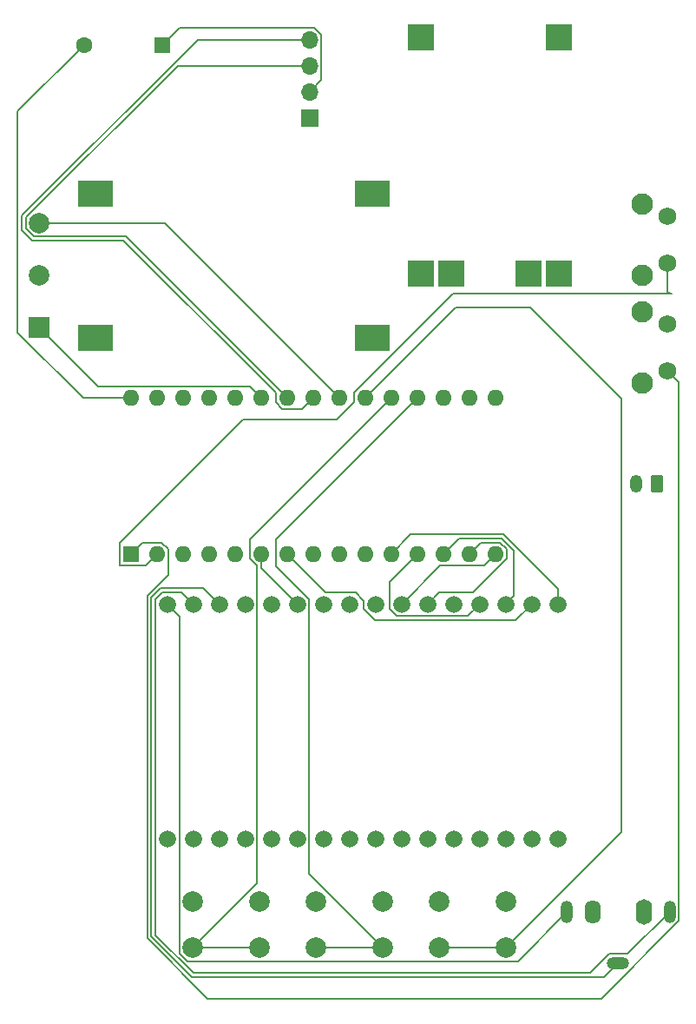
<source format=gbr>
%TF.GenerationSoftware,KiCad,Pcbnew,9.0.0*%
%TF.CreationDate,2025-04-29T13:04:53-04:00*%
%TF.ProjectId,mp3_player,6d70335f-706c-4617-9965-722e6b696361,rev?*%
%TF.SameCoordinates,Original*%
%TF.FileFunction,Copper,L1,Top*%
%TF.FilePolarity,Positive*%
%FSLAX46Y46*%
G04 Gerber Fmt 4.6, Leading zero omitted, Abs format (unit mm)*
G04 Created by KiCad (PCBNEW 9.0.0) date 2025-04-29 13:04:53*
%MOMM*%
%LPD*%
G01*
G04 APERTURE LIST*
G04 Aperture macros list*
%AMRoundRect*
0 Rectangle with rounded corners*
0 $1 Rounding radius*
0 $2 $3 $4 $5 $6 $7 $8 $9 X,Y pos of 4 corners*
0 Add a 4 corners polygon primitive as box body*
4,1,4,$2,$3,$4,$5,$6,$7,$8,$9,$2,$3,0*
0 Add four circle primitives for the rounded corners*
1,1,$1+$1,$2,$3*
1,1,$1+$1,$4,$5*
1,1,$1+$1,$6,$7*
1,1,$1+$1,$8,$9*
0 Add four rect primitives between the rounded corners*
20,1,$1+$1,$2,$3,$4,$5,0*
20,1,$1+$1,$4,$5,$6,$7,0*
20,1,$1+$1,$6,$7,$8,$9,0*
20,1,$1+$1,$8,$9,$2,$3,0*%
G04 Aperture macros list end*
%TA.AperFunction,ComponentPad*%
%ADD10C,2.000000*%
%TD*%
%TA.AperFunction,ComponentPad*%
%ADD11O,1.200000X2.200000*%
%TD*%
%TA.AperFunction,ComponentPad*%
%ADD12O,1.600000X2.300000*%
%TD*%
%TA.AperFunction,ComponentPad*%
%ADD13O,2.200000X1.200000*%
%TD*%
%TA.AperFunction,ComponentPad*%
%ADD14O,1.600000X2.500000*%
%TD*%
%TA.AperFunction,ComponentPad*%
%ADD15C,2.100000*%
%TD*%
%TA.AperFunction,ComponentPad*%
%ADD16C,1.750000*%
%TD*%
%TA.AperFunction,ComponentPad*%
%ADD17R,1.700000X1.700000*%
%TD*%
%TA.AperFunction,ComponentPad*%
%ADD18O,1.700000X1.700000*%
%TD*%
%TA.AperFunction,ComponentPad*%
%ADD19R,1.600000X1.600000*%
%TD*%
%TA.AperFunction,ComponentPad*%
%ADD20O,1.600000X1.600000*%
%TD*%
%TA.AperFunction,ComponentPad*%
%ADD21R,2.000000X2.000000*%
%TD*%
%TA.AperFunction,ComponentPad*%
%ADD22RoundRect,0.250000X0.550000X0.550000X-0.550000X0.550000X-0.550000X-0.550000X0.550000X-0.550000X0*%
%TD*%
%TA.AperFunction,ComponentPad*%
%ADD23C,1.600000*%
%TD*%
%TA.AperFunction,ComponentPad*%
%ADD24R,2.540000X2.540000*%
%TD*%
%TA.AperFunction,ComponentPad*%
%ADD25C,1.670000*%
%TD*%
%TA.AperFunction,ComponentPad*%
%ADD26RoundRect,0.250000X0.350000X0.625000X-0.350000X0.625000X-0.350000X-0.625000X0.350000X-0.625000X0*%
%TD*%
%TA.AperFunction,ComponentPad*%
%ADD27O,1.200000X1.750000*%
%TD*%
%TA.AperFunction,ComponentPad*%
%ADD28R,3.500000X2.540000*%
%TD*%
%TA.AperFunction,Conductor*%
%ADD29C,0.200000*%
%TD*%
G04 APERTURE END LIST*
D10*
%TO.P,SW2,1,1*%
%TO.N,GND*%
X136724375Y-136293000D03*
X143224375Y-136293000D03*
%TO.P,SW2,2,2*%
%TO.N,PLAY{slash}PAUSE*%
X136724375Y-140793000D03*
X143224375Y-140793000D03*
%TD*%
D11*
%TO.P,J1,R*%
%TO.N,ROUT*%
X161224375Y-137293000D03*
D12*
%TO.P,J1,RN*%
%TO.N,unconnected-(J1-PadRN)*%
X163724375Y-137293000D03*
D13*
%TO.P,J1,S*%
%TO.N,AGND*%
X166224375Y-142293000D03*
D11*
%TO.P,J1,T*%
%TO.N,LOUT*%
X171224375Y-137293000D03*
D14*
%TO.P,J1,TN*%
%TO.N,unconnected-(J1-PadTN)*%
X168724375Y-137293000D03*
%TD*%
D10*
%TO.P,SW4,1,1*%
%TO.N,GND*%
X148724375Y-136293000D03*
X155224375Y-136293000D03*
%TO.P,SW4,2,2*%
%TO.N,PREV{slash}RESTART*%
X148724375Y-140793000D03*
X155224375Y-140793000D03*
%TD*%
D15*
%TO.P,SW6,*%
%TO.N,*%
X168521875Y-68268000D03*
X168521875Y-75278000D03*
D16*
%TO.P,SW6,1,1*%
%TO.N,GND*%
X171011875Y-69518000D03*
%TO.P,SW6,2,2*%
%TO.N,VOLUP*%
X171011875Y-74018000D03*
%TD*%
D17*
%TO.P,U3,1,GND*%
%TO.N,GND*%
X136109375Y-59873000D03*
D18*
%TO.P,U3,2,VCC*%
%TO.N,3.7V*%
X136109375Y-57333000D03*
%TO.P,U3,3,SCL*%
%TO.N,SCL*%
X136109375Y-54793000D03*
%TO.P,U3,4,SDA*%
%TO.N,SDA*%
X136109375Y-52253000D03*
%TD*%
D19*
%TO.P,A1,1,D1/TX*%
%TO.N,VOLDN*%
X118674375Y-102403000D03*
D20*
%TO.P,A1,2,D0/RX*%
%TO.N,VOLUP*%
X121214375Y-102403000D03*
%TO.P,A1,3,~{RESET}*%
%TO.N,unconnected-(A1-~{RESET}-Pad3)*%
X123754375Y-102403000D03*
%TO.P,A1,4,GND*%
%TO.N,GND*%
X126294375Y-102403000D03*
%TO.P,A1,5,D2*%
%TO.N,unconnected-(A1-D2-Pad5)*%
X128834375Y-102403000D03*
%TO.P,A1,6,D3*%
%TO.N,DREQ*%
X131374375Y-102403000D03*
%TO.P,A1,7,D4*%
%TO.N,CARDCS*%
X133914375Y-102403000D03*
%TO.P,A1,8,D5*%
%TO.N,unconnected-(A1-D5-Pad8)*%
X136454375Y-102403000D03*
%TO.P,A1,9,D6*%
%TO.N,unconnected-(A1-D6-Pad9)*%
X138994375Y-102403000D03*
%TO.P,A1,10,D7*%
%TO.N,unconnected-(A1-D7-Pad10)*%
X141534375Y-102403000D03*
%TO.P,A1,11,D8*%
%TO.N,VS_DCS*%
X144074375Y-102403000D03*
%TO.P,A1,12,D9*%
%TO.N,VS_RST*%
X146614375Y-102403000D03*
%TO.P,A1,13,D10*%
%TO.N,VS_CS*%
X149154375Y-102403000D03*
%TO.P,A1,14,D11*%
%TO.N,MOSI*%
X151694375Y-102403000D03*
%TO.P,A1,15,D12*%
%TO.N,MISO*%
X154234375Y-102403000D03*
%TO.P,A1,16,D13*%
%TO.N,SCLK*%
X154234375Y-87163000D03*
%TO.P,A1,17,3V3*%
%TO.N,unconnected-(A1-3V3-Pad17)*%
X151694375Y-87163000D03*
%TO.P,A1,18,AREF*%
%TO.N,unconnected-(A1-AREF-Pad18)*%
X149154375Y-87163000D03*
%TO.P,A1,19,A0*%
%TO.N,PLAY{slash}PAUSE*%
X146614375Y-87163000D03*
%TO.P,A1,20,A1*%
%TO.N,NEXT*%
X144074375Y-87163000D03*
%TO.P,A1,21,A2*%
%TO.N,PREV{slash}RESTART*%
X141534375Y-87163000D03*
%TO.P,A1,22,A3*%
%TO.N,SEEKF*%
X138994375Y-87163000D03*
%TO.P,A1,23,A4*%
%TO.N,SDA*%
X136454375Y-87163000D03*
%TO.P,A1,24,A5*%
%TO.N,SCL*%
X133914375Y-87163000D03*
%TO.P,A1,25,A6*%
%TO.N,SEEKB*%
X131374375Y-87163000D03*
%TO.P,A1,26,A7*%
%TO.N,unconnected-(A1-A7-Pad26)*%
X128834375Y-87163000D03*
%TO.P,A1,27,+5V*%
%TO.N,unconnected-(A1-+5V-Pad27)*%
X126294375Y-87163000D03*
%TO.P,A1,28,~{RESET}*%
%TO.N,unconnected-(A1-~{RESET}-Pad28)*%
X123754375Y-87163000D03*
%TO.P,A1,29,GND*%
%TO.N,GND*%
X121214375Y-87163000D03*
%TO.P,A1,30,VIN*%
%TO.N,Net-(A1-VIN)*%
X118674375Y-87163000D03*
%TD*%
D15*
%TO.P,SW7,*%
%TO.N,*%
X168521875Y-78768000D03*
X168521875Y-85778000D03*
D16*
%TO.P,SW7,1,1*%
%TO.N,GND*%
X171011875Y-80018000D03*
%TO.P,SW7,2,2*%
%TO.N,VOLDN*%
X171011875Y-84518000D03*
%TD*%
D10*
%TO.P,SW3,1,1*%
%TO.N,GND*%
X124724375Y-136293000D03*
X131224375Y-136293000D03*
%TO.P,SW3,2,2*%
%TO.N,NEXT*%
X124724375Y-140793000D03*
X131224375Y-140793000D03*
%TD*%
D21*
%TO.P,SW5,1,A*%
%TO.N,SEEKB*%
X109724375Y-80293000D03*
D10*
%TO.P,SW5,2,B*%
%TO.N,GND*%
X109724375Y-75213000D03*
%TO.P,SW5,3,C*%
%TO.N,SEEKF*%
X109724375Y-70133000D03*
%TD*%
D22*
%TO.P,SW1,1,A*%
%TO.N,3.7V*%
X121724375Y-52793000D03*
D23*
%TO.P,SW1,2,B*%
%TO.N,Net-(A1-VIN)*%
X114104375Y-52793000D03*
%TD*%
D24*
%TO.P,U11,1,IN+*%
%TO.N,unconnected-(U11-IN+-Pad1)*%
X146949375Y-52043000D03*
%TO.P,U11,2,IN-*%
%TO.N,unconnected-(U11-IN--Pad2)*%
X160449375Y-52043000D03*
%TO.P,U11,3,OUT-*%
%TO.N,0V*%
X160449375Y-75043000D03*
%TO.P,U11,4,BAT-*%
%TO.N,Net-(J2-Pin_1)*%
X157449375Y-75043000D03*
%TO.P,U11,5,OUT+*%
%TO.N,3.7V*%
X146949375Y-75043000D03*
%TO.P,U11,6,BAT+*%
%TO.N,Net-(J2-Pin_2)*%
X149949375Y-75043000D03*
%TD*%
D25*
%TO.P,U2,1,LINE2*%
%TO.N,unconnected-(U2-LINE2-Pad1)*%
X122204375Y-130153000D03*
%TO.P,U2,2,MIC+*%
%TO.N,unconnected-(U2-MIC+-Pad2)*%
X124744375Y-130153000D03*
%TO.P,U2,3,MIC-*%
%TO.N,unconnected-(U2-MIC--Pad3)*%
X127284375Y-130153000D03*
%TO.P,U2,4,AGND*%
%TO.N,unconnected-(U2-AGND-Pad4)*%
X129824375Y-130153000D03*
%TO.P,U2,5,3V3*%
%TO.N,unconnected-(U2-3V3-Pad5)*%
X132364375Y-130153000D03*
%TO.P,U2,6,0*%
%TO.N,unconnected-(U2-0-Pad6)*%
X134904375Y-130153000D03*
%TO.P,U2,7,1*%
%TO.N,unconnected-(U2-1-Pad7)*%
X137444375Y-130153000D03*
%TO.P,U2,8,2*%
%TO.N,unconnected-(U2-2-Pad8)*%
X139984375Y-130153000D03*
%TO.P,U2,9,3*%
%TO.N,unconnected-(U2-3-Pad9)*%
X142524375Y-130153000D03*
%TO.P,U2,10,4*%
%TO.N,unconnected-(U2-4-Pad10)*%
X145064375Y-130153000D03*
%TO.P,U2,11,5*%
%TO.N,unconnected-(U2-5-Pad11)*%
X147604375Y-130153000D03*
%TO.P,U2,12,6*%
%TO.N,unconnected-(U2-6-Pad12)*%
X150144375Y-130153000D03*
%TO.P,U2,13,7*%
%TO.N,unconnected-(U2-7-Pad13)*%
X152684375Y-130153000D03*
%TO.P,U2,14,TX*%
%TO.N,unconnected-(U2-TX-Pad14)*%
X155224375Y-130153000D03*
%TO.P,U2,15,RX*%
%TO.N,unconnected-(U2-RX-Pad15)*%
X157764375Y-130153000D03*
%TO.P,U2,16,SDCD*%
%TO.N,unconnected-(U2-SDCD-Pad16)*%
X160304375Y-130153000D03*
%TO.P,U2,17,ROUT*%
%TO.N,ROUT*%
X122204375Y-107293000D03*
%TO.P,U2,18,LOUT*%
%TO.N,LOUT*%
X124744375Y-107293000D03*
%TO.P,U2,19,AGND*%
%TO.N,AGND*%
X127284375Y-107293000D03*
%TO.P,U2,20,AGND*%
%TO.N,unconnected-(U2-AGND-Pad20)*%
X129824375Y-107293000D03*
%TO.P,U2,21,GND*%
%TO.N,GND*%
X132364375Y-107293000D03*
%TO.P,U2,22,DREQ*%
%TO.N,DREQ*%
X134904375Y-107293000D03*
%TO.P,U2,23,VCC*%
%TO.N,5V*%
X137444375Y-107293000D03*
%TO.P,U2,24,3V3*%
%TO.N,unconnected-(U2-3V3-Pad24)*%
X139984375Y-107293000D03*
%TO.P,U2,25,GND*%
%TO.N,unconnected-(U2-GND-Pad25)*%
X142524375Y-107293000D03*
%TO.P,U2,26,MISO*%
%TO.N,MISO*%
X145064375Y-107293000D03*
%TO.P,U2,27,MOSI*%
%TO.N,MOSI*%
X147604375Y-107293000D03*
%TO.P,U2,28,SCLK*%
%TO.N,SCLK*%
X150144375Y-107293000D03*
%TO.P,U2,29,RST*%
%TO.N,VS_RST*%
X152684375Y-107293000D03*
%TO.P,U2,30,CS*%
%TO.N,VS_CS*%
X155224375Y-107293000D03*
%TO.P,U2,31,SDCS*%
%TO.N,CARDCS*%
X157764375Y-107293000D03*
%TO.P,U2,32,XDCS*%
%TO.N,VS_DCS*%
X160304375Y-107293000D03*
%TD*%
D26*
%TO.P,J2,1,Pin_1*%
%TO.N,Net-(J2-Pin_1)*%
X170000000Y-95550000D03*
D27*
%TO.P,J2,2,Pin_2*%
%TO.N,Net-(J2-Pin_2)*%
X168000000Y-95550000D03*
%TD*%
D28*
%TO.P,U1,1,VIN+*%
%TO.N,3.7V*%
X115224375Y-81293000D03*
%TO.P,U1,2,VIN-*%
%TO.N,0V*%
X115224375Y-67293000D03*
%TO.P,U1,3,OUT+*%
%TO.N,5V*%
X142224375Y-81293000D03*
%TO.P,U1,4,OUT-*%
%TO.N,New0V*%
X142224375Y-67293000D03*
%TD*%
D29*
%TO.N,Net-(A1-VIN)*%
X113992375Y-87163000D02*
X107621375Y-80792000D01*
X107621375Y-59276000D02*
X114104375Y-52793000D01*
X107621375Y-80792000D02*
X107621375Y-59276000D01*
X118674375Y-87163000D02*
X113992375Y-87163000D01*
%TO.N,PREV{slash}RESTART*%
X141534375Y-87163000D02*
X150353375Y-78344000D01*
X150353375Y-78344000D02*
X157615267Y-78344000D01*
X155224375Y-140793000D02*
X148724375Y-140793000D01*
X166525375Y-129492000D02*
X155224375Y-140793000D01*
X157615267Y-78344000D02*
X166525375Y-87254108D01*
X166525375Y-87254108D02*
X166525375Y-129492000D01*
%TO.N,CARDCS*%
X141388375Y-107763547D02*
X142454828Y-108830000D01*
X141388375Y-106957000D02*
X141388375Y-107763547D01*
X133914375Y-102403000D02*
X137668375Y-106157000D01*
X156227375Y-108830000D02*
X157764375Y-107293000D01*
X137668375Y-106157000D02*
X140588375Y-106157000D01*
X140588375Y-106157000D02*
X141388375Y-106957000D01*
X142454828Y-108830000D02*
X156227375Y-108830000D01*
%TO.N,3.7V*%
X137260375Y-51776240D02*
X137260375Y-56182000D01*
X123415375Y-51102000D02*
X136586135Y-51102000D01*
X136586135Y-51102000D02*
X137260375Y-51776240D01*
X121724375Y-52793000D02*
X123415375Y-51102000D01*
X137260375Y-56182000D02*
X136109375Y-57333000D01*
%TO.N,VOLUP*%
X117573375Y-101302000D02*
X129578400Y-89296975D01*
X140433375Y-87619050D02*
X140433375Y-86706950D01*
X171011875Y-76830500D02*
X171224375Y-77043000D01*
X117573375Y-103504000D02*
X117573375Y-101302000D01*
X138755450Y-89296975D02*
X140433375Y-87619050D01*
X140433375Y-86706950D02*
X150097325Y-77043000D01*
X164974375Y-77043000D02*
X171224375Y-77043000D01*
X129578400Y-89296975D02*
X138755450Y-89296975D01*
X120113375Y-103504000D02*
X117573375Y-103504000D01*
X150097325Y-77043000D02*
X164974375Y-77043000D01*
X171224375Y-77043000D02*
X171474375Y-77043000D01*
X121214375Y-102403000D02*
X120113375Y-103504000D01*
X171011875Y-74018000D02*
X171011875Y-76830500D01*
%TO.N,SDA*%
X132813375Y-87619050D02*
X132813375Y-86706950D01*
X125197383Y-52253000D02*
X136109375Y-52253000D01*
X132813375Y-86706950D02*
X117941425Y-71835000D01*
X135353375Y-88264000D02*
X133458325Y-88264000D01*
X108022375Y-69428008D02*
X125197383Y-52253000D01*
X136454375Y-87163000D02*
X135353375Y-88264000D01*
X117941425Y-71835000D02*
X109019383Y-71835000D01*
X108022375Y-70837992D02*
X108022375Y-69428008D01*
X109019383Y-71835000D02*
X108022375Y-70837992D01*
X133458325Y-88264000D02*
X132813375Y-87619050D01*
%TO.N,SEEKB*%
X130273375Y-86062000D02*
X115493375Y-86062000D01*
X115493375Y-86062000D02*
X109724375Y-80293000D01*
X131374375Y-87163000D02*
X130273375Y-86062000D01*
%TO.N,VOLDN*%
X122315375Y-104441253D02*
X122315375Y-101946950D01*
X171011875Y-84518000D02*
X172125375Y-85631500D01*
X120266375Y-139876192D02*
X120266375Y-106490253D01*
X126134183Y-145744000D02*
X120266375Y-139876192D01*
X172125375Y-138166206D02*
X164547581Y-145744000D01*
X172125375Y-85631500D02*
X172125375Y-138166206D01*
X121670425Y-101302000D02*
X119775375Y-101302000D01*
X119775375Y-101302000D02*
X118674375Y-102403000D01*
X120266375Y-106490253D02*
X122315375Y-104441253D01*
X122315375Y-101946950D02*
X121670425Y-101302000D01*
X164547581Y-145744000D02*
X126134183Y-145744000D01*
%TO.N,VS_CS*%
X150656375Y-100901000D02*
X154856525Y-100901000D01*
X149154375Y-102403000D02*
X150656375Y-100901000D01*
X156059375Y-106458000D02*
X155224375Y-107293000D01*
X154856525Y-100901000D02*
X156059375Y-102103850D01*
X156059375Y-102103850D02*
X156059375Y-106458000D01*
%TO.N,DREQ*%
X131374375Y-102403000D02*
X131374375Y-103763000D01*
X131374375Y-103763000D02*
X134904375Y-107293000D01*
%TO.N,MOSI*%
X152037425Y-106157000D02*
X148740375Y-106157000D01*
X148740375Y-106157000D02*
X147604375Y-107293000D01*
X151694375Y-102403000D02*
X152795375Y-101302000D01*
X154690425Y-101302000D02*
X155335375Y-101946950D01*
X155335375Y-102859050D02*
X152037425Y-106157000D01*
X152795375Y-101302000D02*
X154690425Y-101302000D01*
X155335375Y-101946950D02*
X155335375Y-102859050D01*
%TO.N,MISO*%
X153133375Y-103504000D02*
X148853375Y-103504000D01*
X154234375Y-102403000D02*
X153133375Y-103504000D01*
X148853375Y-103504000D02*
X145064375Y-107293000D01*
%TO.N,VS_RST*%
X143928375Y-105089000D02*
X143928375Y-107763547D01*
X151548375Y-108429000D02*
X152684375Y-107293000D01*
X143928375Y-107763547D02*
X144593828Y-108429000D01*
X144593828Y-108429000D02*
X151548375Y-108429000D01*
X146614375Y-102403000D02*
X143928375Y-105089000D01*
%TO.N,SEEKF*%
X121964375Y-70133000D02*
X138994375Y-87163000D01*
X109724375Y-70133000D02*
X121964375Y-70133000D01*
%TO.N,SCL*%
X123224483Y-54793000D02*
X136109375Y-54793000D01*
X109185483Y-71434000D02*
X108423375Y-70671892D01*
X133914375Y-87163000D02*
X118185375Y-71434000D01*
X118185375Y-71434000D02*
X109185483Y-71434000D01*
X108423375Y-69594108D02*
X123224483Y-54793000D01*
X108423375Y-70671892D02*
X108423375Y-69594108D01*
%TO.N,PLAY{slash}PAUSE*%
X136040375Y-133609000D02*
X143224375Y-140793000D01*
X136724375Y-140793000D02*
X143224375Y-140793000D01*
X132813375Y-103595453D02*
X136040375Y-106822453D01*
X132813375Y-100964000D02*
X132813375Y-103595453D01*
X146614375Y-87163000D02*
X132813375Y-100964000D01*
X136040375Y-106822453D02*
X136040375Y-133609000D01*
%TO.N,NEXT*%
X144074375Y-87163000D02*
X130273375Y-100964000D01*
X130973375Y-134544000D02*
X124724375Y-140793000D01*
X130273375Y-100964000D02*
X130273375Y-102859050D01*
X130273375Y-102859050D02*
X130973375Y-103559050D01*
X130973375Y-103559050D02*
X130973375Y-134544000D01*
X131224375Y-140793000D02*
X124724375Y-140793000D01*
%TO.N,VS_DCS*%
X144074375Y-102403000D02*
X145977375Y-100500000D01*
X155022625Y-100500000D02*
X160304375Y-105781750D01*
X160304375Y-105781750D02*
X160304375Y-107293000D01*
X145977375Y-100500000D02*
X155022625Y-100500000D01*
%TO.N,ROUT*%
X122204375Y-107293000D02*
X123423375Y-108512000D01*
X123423375Y-141331892D02*
X124185483Y-142094000D01*
X123423375Y-108512000D02*
X123423375Y-141331892D01*
X124185483Y-142094000D02*
X156423375Y-142094000D01*
X156423375Y-142094000D02*
X161224375Y-137293000D01*
%TO.N,LOUT*%
X121068375Y-106822453D02*
X121068375Y-139543992D01*
X124768383Y-143244000D02*
X163499169Y-143244000D01*
X165351169Y-141392000D02*
X167125375Y-141392000D01*
X121068375Y-139543992D02*
X124768383Y-143244000D01*
X121733828Y-106157000D02*
X121068375Y-106822453D01*
X167125375Y-141392000D02*
X171224375Y-137293000D01*
X123608375Y-106157000D02*
X121733828Y-106157000D01*
X124744375Y-107293000D02*
X123608375Y-106157000D01*
X163499169Y-143244000D02*
X165351169Y-141392000D01*
%TO.N,AGND*%
X127284375Y-107293000D02*
X125747375Y-105756000D01*
X120667375Y-139710092D02*
X124602283Y-143645000D01*
X125747375Y-105756000D02*
X121567728Y-105756000D01*
X164872375Y-143645000D02*
X166224375Y-142293000D01*
X121567728Y-105756000D02*
X120667375Y-106656353D01*
X124602283Y-143645000D02*
X164872375Y-143645000D01*
X120667375Y-106656353D02*
X120667375Y-139710092D01*
%TD*%
M02*

</source>
